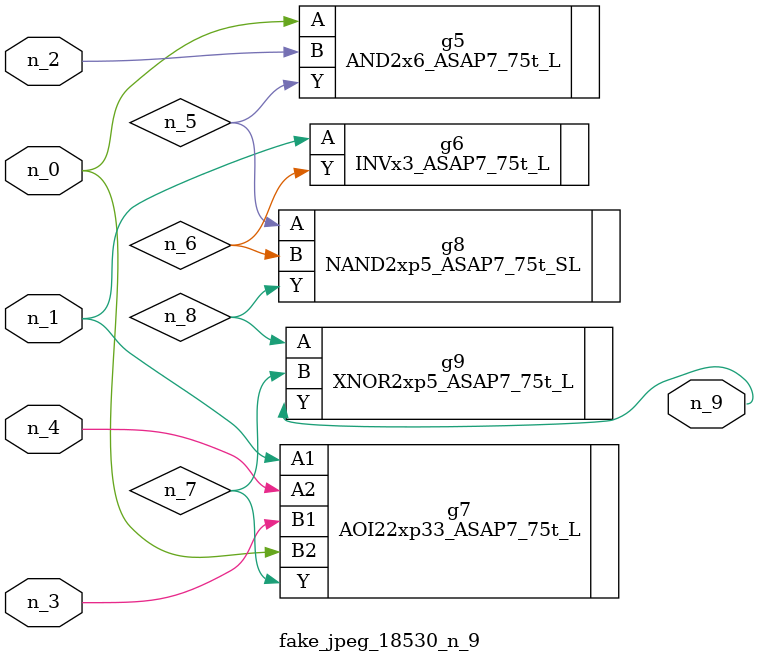
<source format=v>
module fake_jpeg_18530_n_9 (n_3, n_2, n_1, n_0, n_4, n_9);

input n_3;
input n_2;
input n_1;
input n_0;
input n_4;

output n_9;

wire n_8;
wire n_6;
wire n_5;
wire n_7;

AND2x6_ASAP7_75t_L g5 ( 
.A(n_0),
.B(n_2),
.Y(n_5)
);

INVx3_ASAP7_75t_L g6 ( 
.A(n_1),
.Y(n_6)
);

AOI22xp33_ASAP7_75t_L g7 ( 
.A1(n_1),
.A2(n_4),
.B1(n_3),
.B2(n_0),
.Y(n_7)
);

NAND2xp5_ASAP7_75t_SL g8 ( 
.A(n_5),
.B(n_6),
.Y(n_8)
);

XNOR2xp5_ASAP7_75t_L g9 ( 
.A(n_8),
.B(n_7),
.Y(n_9)
);


endmodule
</source>
